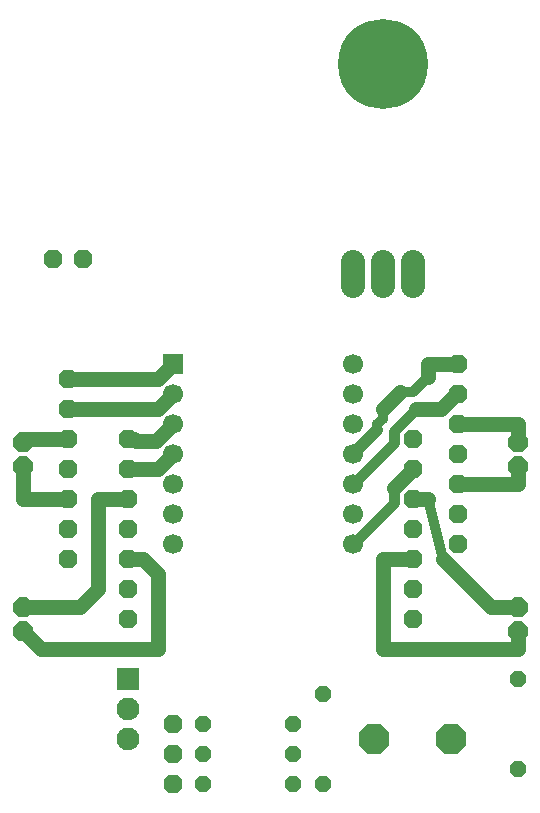
<source format=gbr>
%TF.GenerationSoftware,KiCad,Pcbnew,(6.0.8)*%
%TF.CreationDate,2023-06-23T13:52:40-05:00*%
%TF.ProjectId,uTerreSoRo_v4.1_bigger_pads_RSC,75546572-7265-4536-9f52-6f5f76342e31,rev?*%
%TF.SameCoordinates,Original*%
%TF.FileFunction,Copper,L16,Bot*%
%TF.FilePolarity,Positive*%
%FSLAX46Y46*%
G04 Gerber Fmt 4.6, Leading zero omitted, Abs format (unit mm)*
G04 Created by KiCad (PCBNEW (6.0.8)) date 2023-06-23 13:52:40*
%MOMM*%
%LPD*%
G01*
G04 APERTURE LIST*
G04 Aperture macros list*
%AMOutline5P*
0 Free polygon, 5 corners , with rotation*
0 The origin of the aperture is its center*
0 number of corners: always 5*
0 $1 to $10 corner X, Y*
0 $11 Rotation angle, in degrees counterclockwise*
0 create outline with 5 corners*
4,1,5,$1,$2,$3,$4,$5,$6,$7,$8,$9,$10,$1,$2,$11*%
%AMOutline6P*
0 Free polygon, 6 corners , with rotation*
0 The origin of the aperture is its center*
0 number of corners: always 6*
0 $1 to $12 corner X, Y*
0 $13 Rotation angle, in degrees counterclockwise*
0 create outline with 6 corners*
4,1,6,$1,$2,$3,$4,$5,$6,$7,$8,$9,$10,$11,$12,$1,$2,$13*%
%AMOutline7P*
0 Free polygon, 7 corners , with rotation*
0 The origin of the aperture is its center*
0 number of corners: always 7*
0 $1 to $14 corner X, Y*
0 $15 Rotation angle, in degrees counterclockwise*
0 create outline with 7 corners*
4,1,7,$1,$2,$3,$4,$5,$6,$7,$8,$9,$10,$11,$12,$13,$14,$1,$2,$15*%
%AMOutline8P*
0 Free polygon, 8 corners , with rotation*
0 The origin of the aperture is its center*
0 number of corners: always 8*
0 $1 to $16 corner X, Y*
0 $17 Rotation angle, in degrees counterclockwise*
0 create outline with 8 corners*
4,1,8,$1,$2,$3,$4,$5,$6,$7,$8,$9,$10,$11,$12,$13,$14,$15,$16,$1,$2,$17*%
G04 Aperture macros list end*
%TA.AperFunction,ComponentPad*%
%ADD10Outline8P,-0.800100X0.331412X-0.331412X0.800100X0.331412X0.800100X0.800100X0.331412X0.800100X-0.331412X0.331412X-0.800100X-0.331412X-0.800100X-0.800100X-0.331412X0.000000*%
%TD*%
%TA.AperFunction,ComponentPad*%
%ADD11C,1.700000*%
%TD*%
%TA.AperFunction,ComponentPad*%
%ADD12R,1.700000X1.700000*%
%TD*%
%TA.AperFunction,ComponentPad*%
%ADD13C,7.620000*%
%TD*%
%TA.AperFunction,ComponentPad*%
%ADD14O,2.032000X4.064000*%
%TD*%
%TA.AperFunction,ComponentPad*%
%ADD15Outline8P,-0.660400X0.273547X-0.273547X0.660400X0.273547X0.660400X0.660400X0.273547X0.660400X-0.273547X0.273547X-0.660400X-0.273547X-0.660400X-0.660400X-0.273547X180.000000*%
%TD*%
%TA.AperFunction,ComponentPad*%
%ADD16Outline8P,-0.660400X0.273547X-0.273547X0.660400X0.273547X0.660400X0.660400X0.273547X0.660400X-0.273547X0.273547X-0.660400X-0.273547X-0.660400X-0.660400X-0.273547X0.000000*%
%TD*%
%TA.AperFunction,ComponentPad*%
%ADD17Outline8P,-0.660400X0.273547X-0.273547X0.660400X0.273547X0.660400X0.660400X0.273547X0.660400X-0.273547X0.273547X-0.660400X-0.273547X-0.660400X-0.660400X-0.273547X270.000000*%
%TD*%
%TA.AperFunction,ComponentPad*%
%ADD18Outline8P,-0.838200X0.347194X-0.347194X0.838200X0.347194X0.838200X0.838200X0.347194X0.838200X-0.347194X0.347194X-0.838200X-0.347194X-0.838200X-0.838200X-0.347194X90.000000*%
%TD*%
%TA.AperFunction,ComponentPad*%
%ADD19Outline8P,-0.660400X0.273547X-0.273547X0.660400X0.273547X0.660400X0.660400X0.273547X0.660400X-0.273547X0.273547X-0.660400X-0.273547X-0.660400X-0.660400X-0.273547X90.000000*%
%TD*%
%TA.AperFunction,ComponentPad*%
%ADD20Outline8P,-1.270000X0.526051X-0.526051X1.270000X0.526051X1.270000X1.270000X0.526051X1.270000X-0.526051X0.526051X-1.270000X-0.526051X-1.270000X-1.270000X-0.526051X0.000000*%
%TD*%
%TA.AperFunction,ComponentPad*%
%ADD21C,1.930400*%
%TD*%
%TA.AperFunction,ComponentPad*%
%ADD22R,1.930400X1.930400*%
%TD*%
%TA.AperFunction,Conductor*%
%ADD23C,1.270000*%
%TD*%
%TA.AperFunction,Conductor*%
%ADD24C,0.812800*%
%TD*%
%TA.AperFunction,Conductor*%
%ADD25C,0.889000*%
%TD*%
%TA.AperFunction,Conductor*%
%ADD26C,1.016000*%
%TD*%
G04 APERTURE END LIST*
D10*
%TO.P,PAD37,1*%
%TO.N,VCC*%
X133261100Y-82778600D03*
%TD*%
%TO.P,PAD38,1*%
%TO.N,GND*%
X130721100Y-82778600D03*
%TD*%
D11*
%TO.P,U1,14*%
%TO.N,VCC5V*%
X156121100Y-91668600D03*
%TO.P,U1,13*%
%TO.N,GND*%
X156121100Y-94208600D03*
%TO.P,U1,12*%
%TO.N,N/C*%
X156121100Y-96748600D03*
%TO.P,U1,11*%
%TO.N,IN7*%
X156121100Y-99288600D03*
%TO.P,U1,10*%
%TO.N,IN8*%
X156121100Y-101828600D03*
%TO.P,U1,9*%
%TO.N,IN5*%
X156121100Y-104368600D03*
%TO.P,U1,8*%
%TO.N,IN6*%
X156121100Y-106908600D03*
%TO.P,U1,7*%
%TO.N,N/C*%
X140881100Y-106908600D03*
%TO.P,U1,6*%
%TO.N,SCL*%
X140881100Y-104368600D03*
%TO.P,U1,5*%
%TO.N,SDA*%
X140881100Y-101828600D03*
%TO.P,U1,4*%
%TO.N,IN4*%
X140881100Y-99288600D03*
%TO.P,U1,3*%
%TO.N,IN3*%
X140881100Y-96748600D03*
%TO.P,U1,2*%
%TO.N,IN2*%
X140881100Y-94208600D03*
D12*
%TO.P,U1,1*%
%TO.N,IN1*%
X140881100Y-91668600D03*
%TD*%
D13*
%TO.P,U2,HEAT*%
%TO.N,GND*%
X158661100Y-66268600D03*
D14*
%TO.P,U2,3*%
%TO.N,VCC5V*%
X161201100Y-84048600D03*
%TO.P,U2,2*%
%TO.N,GND*%
X158661100Y-84048600D03*
%TO.P,U2,1*%
%TO.N,VCC*%
X156121100Y-84048600D03*
%TD*%
D10*
%TO.P,PAD39,1*%
%TO.N,VOUT*%
X140881100Y-122148600D03*
%TD*%
%TO.P,PAD40,1*%
%TO.N,GND*%
X140881100Y-124688600D03*
%TD*%
%TO.P,PAD41,1*%
%TO.N,REFV*%
X140881100Y-127228600D03*
%TD*%
D15*
%TO.P,R1,2*%
%TO.N,GND*%
X143421100Y-122148600D03*
%TO.P,R1,1*%
%TO.N,REFV*%
X151041100Y-122148600D03*
%TD*%
D16*
%TO.P,R2,2*%
%TO.N,VCC*%
X151041100Y-127228600D03*
%TO.P,R2,1*%
%TO.N,SERIES*%
X143421100Y-127228600D03*
%TD*%
%TO.P,R3,2*%
%TO.N,REFV*%
X151041100Y-124688600D03*
%TO.P,R3,1*%
%TO.N,SERIES*%
X143421100Y-124688600D03*
%TD*%
D17*
%TO.P,R4,2*%
%TO.N,VCC*%
X153581100Y-127228600D03*
%TO.P,R4,1*%
%TO.N,VOUT*%
X153581100Y-119608600D03*
%TD*%
D18*
%TO.P,P1,1*%
%TO.N,GNDM1*%
X128181100Y-98288600D03*
%TO.P,P1,2*%
%TO.N,VCCM1*%
X128181100Y-100288600D03*
%TD*%
%TO.P,P2,1*%
%TO.N,GNDM2*%
X128181100Y-112258600D03*
%TO.P,P2,2*%
%TO.N,VCCM2*%
X128181100Y-114258600D03*
%TD*%
%TO.P,P3,1*%
%TO.N,GNDM3*%
X170091100Y-112258600D03*
%TO.P,P3,2*%
%TO.N,VCCM3*%
X170091100Y-114258600D03*
%TD*%
%TO.P,P4,1*%
%TO.N,GNDM4*%
X170091100Y-98288600D03*
%TO.P,P4,2*%
%TO.N,VCCM4*%
X170091100Y-100288600D03*
%TD*%
D19*
%TO.P,R5,2*%
%TO.N,VCC*%
X170091100Y-118338600D03*
%TO.P,R5,1*%
%TO.N,BPOS*%
X170091100Y-125958600D03*
%TD*%
D20*
%TO.P,SP1,2*%
%TO.N,BPOS*%
X164452300Y-123418600D03*
%TO.P,SP1,1*%
%TO.N,DRAIN*%
X157949900Y-123418600D03*
%TD*%
D21*
%TO.P,Q1,3*%
%TO.N,VOUT*%
X137071100Y-123418600D03*
%TO.P,Q1,2*%
%TO.N,DRAIN*%
X137071100Y-120878600D03*
D22*
%TO.P,Q1,1*%
%TO.N,GND*%
X137071100Y-118338600D03*
%TD*%
D10*
%TO.P,PAD29,1*%
%TO.N,VCC*%
X131991100Y-108178600D03*
%TD*%
%TO.P,PAD30,1*%
%TO.N,N/C*%
X131991100Y-105638600D03*
%TD*%
%TO.P,PAD31,1*%
%TO.N,VCCM1*%
X131991100Y-103098600D03*
%TD*%
%TO.P,PAD32,1*%
%TO.N,GND*%
X131991100Y-100558600D03*
%TD*%
%TO.P,PAD33,1*%
%TO.N,GNDM1*%
X131991100Y-98018600D03*
%TD*%
%TO.P,PAD34,1*%
%TO.N,IN2*%
X131991100Y-95478600D03*
%TD*%
%TO.P,PAD35,1*%
%TO.N,IN1*%
X131991100Y-92938600D03*
%TD*%
%TO.P,PAD36,1*%
%TO.N,IN3*%
X137071100Y-98018600D03*
%TD*%
%TO.P,PAD42,1*%
%TO.N,IN4*%
X137071100Y-100558600D03*
%TD*%
%TO.P,PAD43,1*%
%TO.N,GNDM2*%
X137071100Y-103098600D03*
%TD*%
%TO.P,PAD44,1*%
%TO.N,GND*%
X137071100Y-105638600D03*
%TD*%
%TO.P,PAD45,1*%
%TO.N,VCCM2*%
X137071100Y-108178600D03*
%TD*%
%TO.P,PAD46,1*%
%TO.N,N/C*%
X137071100Y-110718600D03*
%TD*%
%TO.P,PAD47,1*%
%TO.N,VCC*%
X137071100Y-113258600D03*
%TD*%
%TO.P,PAD48,1*%
%TO.N,VCC*%
X161201100Y-113258600D03*
%TD*%
%TO.P,PAD49,1*%
%TO.N,N/C*%
X161201100Y-110718600D03*
%TD*%
%TO.P,PAD50,1*%
%TO.N,VCCM3*%
X161201100Y-108178600D03*
%TD*%
%TO.P,PAD51,1*%
%TO.N,GND*%
X161201100Y-105638600D03*
%TD*%
%TO.P,PAD52,1*%
%TO.N,GNDM3*%
X161201100Y-103098600D03*
%TD*%
%TO.P,PAD53,1*%
%TO.N,IN6*%
X161201100Y-100558600D03*
%TD*%
%TO.P,PAD54,1*%
%TO.N,IN5*%
X161201100Y-98018600D03*
%TD*%
%TO.P,PAD55,1*%
%TO.N,IN7*%
X165011100Y-91668600D03*
%TD*%
%TO.P,PAD56,1*%
%TO.N,IN8*%
X165011100Y-94208600D03*
%TD*%
%TO.P,PAD57,1*%
%TO.N,GNDM4*%
X165011100Y-96748600D03*
%TD*%
%TO.P,PAD58,1*%
%TO.N,GND*%
X165011100Y-99288600D03*
%TD*%
%TO.P,PAD59,1*%
%TO.N,VCCM4*%
X165011100Y-101828600D03*
%TD*%
%TO.P,PAD60,1*%
%TO.N,N/C*%
X165011100Y-104368600D03*
%TD*%
%TO.P,PAD61,1*%
%TO.N,VCC*%
X165011100Y-106908600D03*
%TD*%
D23*
%TO.N,VCCM4*%
X165011100Y-101828600D02*
X170091100Y-101828600D01*
X170091100Y-101828600D02*
X170091100Y-100288600D01*
%TO.N,GNDM4*%
X165011100Y-96748600D02*
X170091100Y-96748600D01*
X170091100Y-96748600D02*
X170091100Y-98288600D01*
%TO.N,VCCM3*%
X161201100Y-108178600D02*
X158661100Y-108178600D01*
X158661100Y-108178600D02*
X158661100Y-115798600D01*
X170091100Y-115798600D02*
X158661100Y-115798600D01*
X170091100Y-114258600D02*
X170091100Y-115798600D01*
%TO.N,GNDM3*%
X161201100Y-103098600D02*
X162471100Y-103098600D01*
D24*
X162471100Y-103098600D02*
X163741100Y-108178600D01*
D23*
X167821100Y-112258600D02*
X163741100Y-108178600D01*
X170091100Y-112258600D02*
X167821100Y-112258600D01*
%TO.N,VCCM2*%
X139611100Y-109448600D02*
X139611100Y-115798600D01*
X138341100Y-108178600D02*
X139611100Y-109448600D01*
X137071100Y-108178600D02*
X138341100Y-108178600D01*
X139611100Y-115798600D02*
X129721100Y-115798600D01*
X128181100Y-114258600D02*
X129721100Y-115798600D01*
%TO.N,GNDM2*%
X137071100Y-103098600D02*
X134531100Y-103098600D01*
X132991100Y-112258600D02*
X134531100Y-110718600D01*
X134531100Y-103098600D02*
X134531100Y-110718600D01*
X128181100Y-112258600D02*
X132991100Y-112258600D01*
%TO.N,VCCM1*%
X128181100Y-103098600D02*
X131991100Y-103098600D01*
X128181100Y-100288600D02*
X128181100Y-103098600D01*
%TO.N,GNDM1*%
X128451100Y-98018600D02*
X131991100Y-98018600D01*
X128181100Y-98288600D02*
X128451100Y-98018600D01*
%TO.N,IN2*%
X139611100Y-95478600D02*
X131991100Y-95478600D01*
X140881100Y-94208600D02*
X139611100Y-95478600D01*
%TO.N,IN1*%
X139611100Y-92938600D02*
X131991100Y-92938600D01*
X140881100Y-91668600D02*
X139611100Y-92938600D01*
%TO.N,IN4*%
X139611100Y-100558600D02*
X137071100Y-100558600D01*
X140881100Y-99288600D02*
X139611100Y-100558600D01*
%TO.N,IN3*%
X137071100Y-98018600D02*
X137599518Y-98018600D01*
X139458700Y-98171000D02*
X137751918Y-98171000D01*
X140881100Y-96748600D02*
X139458700Y-98171000D01*
X137599518Y-98018600D02*
X137751918Y-98171000D01*
%TO.N,IN6*%
X159613600Y-102146100D02*
X161201100Y-100558600D01*
D25*
X159613600Y-103416100D02*
X159613600Y-102146100D01*
X156121100Y-106908600D02*
X159613600Y-103416100D01*
D23*
%TO.N,IN8*%
X165011100Y-94208600D02*
X164858700Y-94208600D01*
X161496031Y-95478600D02*
X163588700Y-95478600D01*
D25*
X159613600Y-98336100D02*
X159613600Y-97361032D01*
D23*
X164858700Y-94208600D02*
X163588700Y-95478600D01*
D25*
X159613600Y-97361032D02*
X161496031Y-95478600D01*
X156121100Y-101828600D02*
X159613600Y-98336100D01*
D23*
%TO.N,IN7*%
X165011100Y-91668600D02*
X162471100Y-91668600D01*
X162471100Y-91668600D02*
X162471100Y-92786200D01*
D24*
X161201100Y-94056200D02*
X162471100Y-92786200D01*
X160083500Y-94056200D02*
X161201100Y-94056200D01*
D23*
X158661100Y-95478600D02*
X160083500Y-94056200D01*
D24*
X158661100Y-96301950D02*
X158661100Y-95478600D01*
X158191200Y-96771850D02*
X158661100Y-96301950D01*
X158191200Y-97218500D02*
X158191200Y-96771850D01*
D26*
X156121100Y-99288600D02*
X158191200Y-97218500D01*
%TD*%
M02*

</source>
